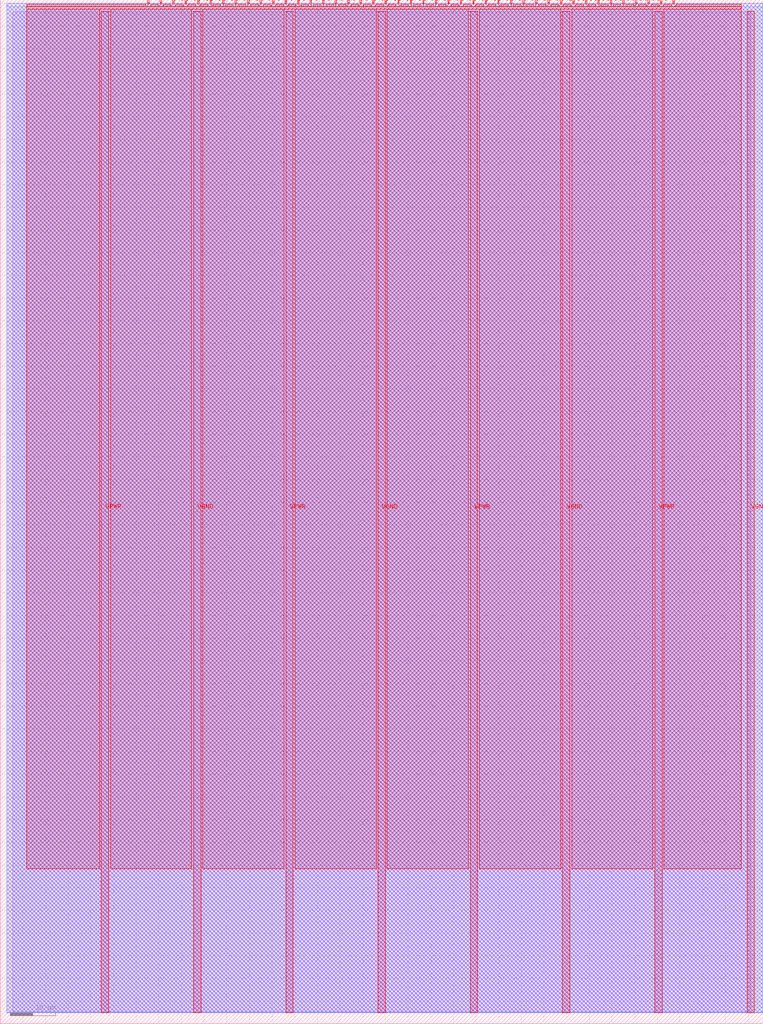
<source format=lef>
VERSION 5.7 ;
  NOWIREEXTENSIONATPIN ON ;
  DIVIDERCHAR "/" ;
  BUSBITCHARS "[]" ;
MACRO tt_um_ja1tye_sound_generator_dup
  CLASS BLOCK ;
  FOREIGN tt_um_ja1tye_sound_generator_dup ;
  ORIGIN 0.000 0.000 ;
  SIZE 168.360 BY 225.760 ;
  PIN VGND
    DIRECTION INOUT ;
    USE GROUND ;
    PORT
      LAYER met4 ;
        RECT 42.670 2.480 44.270 223.280 ;
    END
    PORT
      LAYER met4 ;
        RECT 83.380 2.480 84.980 223.280 ;
    END
    PORT
      LAYER met4 ;
        RECT 124.090 2.480 125.690 223.280 ;
    END
    PORT
      LAYER met4 ;
        RECT 164.800 2.480 166.400 223.280 ;
    END
  END VGND
  PIN VPWR
    DIRECTION INOUT ;
    USE POWER ;
    PORT
      LAYER met4 ;
        RECT 22.315 2.480 23.915 223.280 ;
    END
    PORT
      LAYER met4 ;
        RECT 63.025 2.480 64.625 223.280 ;
    END
    PORT
      LAYER met4 ;
        RECT 103.735 2.480 105.335 223.280 ;
    END
    PORT
      LAYER met4 ;
        RECT 144.445 2.480 146.045 223.280 ;
    END
  END VPWR
  PIN clk
    DIRECTION INPUT ;
    USE SIGNAL ;
    ANTENNAGATEAREA 0.852000 ;
    PORT
      LAYER met4 ;
        RECT 145.670 224.760 145.970 225.760 ;
    END
  END clk
  PIN ena
    DIRECTION INPUT ;
    USE SIGNAL ;
    PORT
      LAYER met4 ;
        RECT 148.430 224.760 148.730 225.760 ;
    END
  END ena
  PIN rst_n
    DIRECTION INPUT ;
    USE SIGNAL ;
    ANTENNAGATEAREA 0.213000 ;
    PORT
      LAYER met4 ;
        RECT 142.910 224.760 143.210 225.760 ;
    END
  END rst_n
  PIN ui_in[0]
    DIRECTION INPUT ;
    USE SIGNAL ;
    ANTENNAGATEAREA 0.196500 ;
    PORT
      LAYER met4 ;
        RECT 140.150 224.760 140.450 225.760 ;
    END
  END ui_in[0]
  PIN ui_in[1]
    DIRECTION INPUT ;
    USE SIGNAL ;
    ANTENNAGATEAREA 0.196500 ;
    ANTENNADIFFAREA 0.434700 ;
    PORT
      LAYER met4 ;
        RECT 137.390 224.760 137.690 225.760 ;
    END
  END ui_in[1]
  PIN ui_in[2]
    DIRECTION INPUT ;
    USE SIGNAL ;
    ANTENNAGATEAREA 0.196500 ;
    PORT
      LAYER met4 ;
        RECT 134.630 224.760 134.930 225.760 ;
    END
  END ui_in[2]
  PIN ui_in[3]
    DIRECTION INPUT ;
    USE SIGNAL ;
    PORT
      LAYER met4 ;
        RECT 131.870 224.760 132.170 225.760 ;
    END
  END ui_in[3]
  PIN ui_in[4]
    DIRECTION INPUT ;
    USE SIGNAL ;
    PORT
      LAYER met4 ;
        RECT 129.110 224.760 129.410 225.760 ;
    END
  END ui_in[4]
  PIN ui_in[5]
    DIRECTION INPUT ;
    USE SIGNAL ;
    PORT
      LAYER met4 ;
        RECT 126.350 224.760 126.650 225.760 ;
    END
  END ui_in[5]
  PIN ui_in[6]
    DIRECTION INPUT ;
    USE SIGNAL ;
    PORT
      LAYER met4 ;
        RECT 123.590 224.760 123.890 225.760 ;
    END
  END ui_in[6]
  PIN ui_in[7]
    DIRECTION INPUT ;
    USE SIGNAL ;
    PORT
      LAYER met4 ;
        RECT 120.830 224.760 121.130 225.760 ;
    END
  END ui_in[7]
  PIN uio_in[0]
    DIRECTION INPUT ;
    USE SIGNAL ;
    PORT
      LAYER met4 ;
        RECT 118.070 224.760 118.370 225.760 ;
    END
  END uio_in[0]
  PIN uio_in[1]
    DIRECTION INPUT ;
    USE SIGNAL ;
    PORT
      LAYER met4 ;
        RECT 115.310 224.760 115.610 225.760 ;
    END
  END uio_in[1]
  PIN uio_in[2]
    DIRECTION INPUT ;
    USE SIGNAL ;
    PORT
      LAYER met4 ;
        RECT 112.550 224.760 112.850 225.760 ;
    END
  END uio_in[2]
  PIN uio_in[3]
    DIRECTION INPUT ;
    USE SIGNAL ;
    PORT
      LAYER met4 ;
        RECT 109.790 224.760 110.090 225.760 ;
    END
  END uio_in[3]
  PIN uio_in[4]
    DIRECTION INPUT ;
    USE SIGNAL ;
    PORT
      LAYER met4 ;
        RECT 107.030 224.760 107.330 225.760 ;
    END
  END uio_in[4]
  PIN uio_in[5]
    DIRECTION INPUT ;
    USE SIGNAL ;
    PORT
      LAYER met4 ;
        RECT 104.270 224.760 104.570 225.760 ;
    END
  END uio_in[5]
  PIN uio_in[6]
    DIRECTION INPUT ;
    USE SIGNAL ;
    PORT
      LAYER met4 ;
        RECT 101.510 224.760 101.810 225.760 ;
    END
  END uio_in[6]
  PIN uio_in[7]
    DIRECTION INPUT ;
    USE SIGNAL ;
    PORT
      LAYER met4 ;
        RECT 98.750 224.760 99.050 225.760 ;
    END
  END uio_in[7]
  PIN uio_oe[0]
    DIRECTION OUTPUT TRISTATE ;
    USE SIGNAL ;
    PORT
      LAYER met4 ;
        RECT 51.830 224.760 52.130 225.760 ;
    END
  END uio_oe[0]
  PIN uio_oe[1]
    DIRECTION OUTPUT TRISTATE ;
    USE SIGNAL ;
    PORT
      LAYER met4 ;
        RECT 49.070 224.760 49.370 225.760 ;
    END
  END uio_oe[1]
  PIN uio_oe[2]
    DIRECTION OUTPUT TRISTATE ;
    USE SIGNAL ;
    PORT
      LAYER met4 ;
        RECT 46.310 224.760 46.610 225.760 ;
    END
  END uio_oe[2]
  PIN uio_oe[3]
    DIRECTION OUTPUT TRISTATE ;
    USE SIGNAL ;
    PORT
      LAYER met4 ;
        RECT 43.550 224.760 43.850 225.760 ;
    END
  END uio_oe[3]
  PIN uio_oe[4]
    DIRECTION OUTPUT TRISTATE ;
    USE SIGNAL ;
    PORT
      LAYER met4 ;
        RECT 40.790 224.760 41.090 225.760 ;
    END
  END uio_oe[4]
  PIN uio_oe[5]
    DIRECTION OUTPUT TRISTATE ;
    USE SIGNAL ;
    PORT
      LAYER met4 ;
        RECT 38.030 224.760 38.330 225.760 ;
    END
  END uio_oe[5]
  PIN uio_oe[6]
    DIRECTION OUTPUT TRISTATE ;
    USE SIGNAL ;
    PORT
      LAYER met4 ;
        RECT 35.270 224.760 35.570 225.760 ;
    END
  END uio_oe[6]
  PIN uio_oe[7]
    DIRECTION OUTPUT TRISTATE ;
    USE SIGNAL ;
    PORT
      LAYER met4 ;
        RECT 32.510 224.760 32.810 225.760 ;
    END
  END uio_oe[7]
  PIN uio_out[0]
    DIRECTION OUTPUT TRISTATE ;
    USE SIGNAL ;
    PORT
      LAYER met4 ;
        RECT 73.910 224.760 74.210 225.760 ;
    END
  END uio_out[0]
  PIN uio_out[1]
    DIRECTION OUTPUT TRISTATE ;
    USE SIGNAL ;
    PORT
      LAYER met4 ;
        RECT 71.150 224.760 71.450 225.760 ;
    END
  END uio_out[1]
  PIN uio_out[2]
    DIRECTION OUTPUT TRISTATE ;
    USE SIGNAL ;
    PORT
      LAYER met4 ;
        RECT 68.390 224.760 68.690 225.760 ;
    END
  END uio_out[2]
  PIN uio_out[3]
    DIRECTION OUTPUT TRISTATE ;
    USE SIGNAL ;
    PORT
      LAYER met4 ;
        RECT 65.630 224.760 65.930 225.760 ;
    END
  END uio_out[3]
  PIN uio_out[4]
    DIRECTION OUTPUT TRISTATE ;
    USE SIGNAL ;
    PORT
      LAYER met4 ;
        RECT 62.870 224.760 63.170 225.760 ;
    END
  END uio_out[4]
  PIN uio_out[5]
    DIRECTION OUTPUT TRISTATE ;
    USE SIGNAL ;
    PORT
      LAYER met4 ;
        RECT 60.110 224.760 60.410 225.760 ;
    END
  END uio_out[5]
  PIN uio_out[6]
    DIRECTION OUTPUT TRISTATE ;
    USE SIGNAL ;
    PORT
      LAYER met4 ;
        RECT 57.350 224.760 57.650 225.760 ;
    END
  END uio_out[6]
  PIN uio_out[7]
    DIRECTION OUTPUT TRISTATE ;
    USE SIGNAL ;
    PORT
      LAYER met4 ;
        RECT 54.590 224.760 54.890 225.760 ;
    END
  END uio_out[7]
  PIN uo_out[0]
    DIRECTION OUTPUT TRISTATE ;
    USE SIGNAL ;
    ANTENNADIFFAREA 0.891000 ;
    PORT
      LAYER met4 ;
        RECT 95.990 224.760 96.290 225.760 ;
    END
  END uo_out[0]
  PIN uo_out[1]
    DIRECTION OUTPUT TRISTATE ;
    USE SIGNAL ;
    ANTENNADIFFAREA 0.891000 ;
    PORT
      LAYER met4 ;
        RECT 93.230 224.760 93.530 225.760 ;
    END
  END uo_out[1]
  PIN uo_out[2]
    DIRECTION OUTPUT TRISTATE ;
    USE SIGNAL ;
    ANTENNADIFFAREA 0.795200 ;
    PORT
      LAYER met4 ;
        RECT 90.470 224.760 90.770 225.760 ;
    END
  END uo_out[2]
  PIN uo_out[3]
    DIRECTION OUTPUT TRISTATE ;
    USE SIGNAL ;
    PORT
      LAYER met4 ;
        RECT 87.710 224.760 88.010 225.760 ;
    END
  END uo_out[3]
  PIN uo_out[4]
    DIRECTION OUTPUT TRISTATE ;
    USE SIGNAL ;
    PORT
      LAYER met4 ;
        RECT 84.950 224.760 85.250 225.760 ;
    END
  END uo_out[4]
  PIN uo_out[5]
    DIRECTION OUTPUT TRISTATE ;
    USE SIGNAL ;
    PORT
      LAYER met4 ;
        RECT 82.190 224.760 82.490 225.760 ;
    END
  END uo_out[5]
  PIN uo_out[6]
    DIRECTION OUTPUT TRISTATE ;
    USE SIGNAL ;
    PORT
      LAYER met4 ;
        RECT 79.430 224.760 79.730 225.760 ;
    END
  END uo_out[6]
  PIN uo_out[7]
    DIRECTION OUTPUT TRISTATE ;
    USE SIGNAL ;
    PORT
      LAYER met4 ;
        RECT 76.670 224.760 76.970 225.760 ;
    END
  END uo_out[7]
  OBS
      LAYER li1 ;
        RECT 2.760 2.635 165.600 223.125 ;
      LAYER met1 ;
        RECT 1.450 2.480 168.290 225.040 ;
      LAYER met2 ;
        RECT 1.470 2.535 168.270 225.070 ;
      LAYER met3 ;
        RECT 1.445 2.555 168.295 224.225 ;
      LAYER met4 ;
        RECT 5.815 224.360 32.110 224.760 ;
        RECT 33.210 224.360 34.870 224.760 ;
        RECT 35.970 224.360 37.630 224.760 ;
        RECT 38.730 224.360 40.390 224.760 ;
        RECT 41.490 224.360 43.150 224.760 ;
        RECT 44.250 224.360 45.910 224.760 ;
        RECT 47.010 224.360 48.670 224.760 ;
        RECT 49.770 224.360 51.430 224.760 ;
        RECT 52.530 224.360 54.190 224.760 ;
        RECT 55.290 224.360 56.950 224.760 ;
        RECT 58.050 224.360 59.710 224.760 ;
        RECT 60.810 224.360 62.470 224.760 ;
        RECT 63.570 224.360 65.230 224.760 ;
        RECT 66.330 224.360 67.990 224.760 ;
        RECT 69.090 224.360 70.750 224.760 ;
        RECT 71.850 224.360 73.510 224.760 ;
        RECT 74.610 224.360 76.270 224.760 ;
        RECT 77.370 224.360 79.030 224.760 ;
        RECT 80.130 224.360 81.790 224.760 ;
        RECT 82.890 224.360 84.550 224.760 ;
        RECT 85.650 224.360 87.310 224.760 ;
        RECT 88.410 224.360 90.070 224.760 ;
        RECT 91.170 224.360 92.830 224.760 ;
        RECT 93.930 224.360 95.590 224.760 ;
        RECT 96.690 224.360 98.350 224.760 ;
        RECT 99.450 224.360 101.110 224.760 ;
        RECT 102.210 224.360 103.870 224.760 ;
        RECT 104.970 224.360 106.630 224.760 ;
        RECT 107.730 224.360 109.390 224.760 ;
        RECT 110.490 224.360 112.150 224.760 ;
        RECT 113.250 224.360 114.910 224.760 ;
        RECT 116.010 224.360 117.670 224.760 ;
        RECT 118.770 224.360 120.430 224.760 ;
        RECT 121.530 224.360 123.190 224.760 ;
        RECT 124.290 224.360 125.950 224.760 ;
        RECT 127.050 224.360 128.710 224.760 ;
        RECT 129.810 224.360 131.470 224.760 ;
        RECT 132.570 224.360 134.230 224.760 ;
        RECT 135.330 224.360 136.990 224.760 ;
        RECT 138.090 224.360 139.750 224.760 ;
        RECT 140.850 224.360 142.510 224.760 ;
        RECT 143.610 224.360 145.270 224.760 ;
        RECT 146.370 224.360 148.030 224.760 ;
        RECT 149.130 224.360 163.465 224.760 ;
        RECT 5.815 223.680 163.465 224.360 ;
        RECT 5.815 34.175 21.915 223.680 ;
        RECT 24.315 34.175 42.270 223.680 ;
        RECT 44.670 34.175 62.625 223.680 ;
        RECT 65.025 34.175 82.980 223.680 ;
        RECT 85.380 34.175 103.335 223.680 ;
        RECT 105.735 34.175 123.690 223.680 ;
        RECT 126.090 34.175 144.045 223.680 ;
        RECT 146.445 34.175 163.465 223.680 ;
  END
END tt_um_ja1tye_sound_generator_dup
END LIBRARY


</source>
